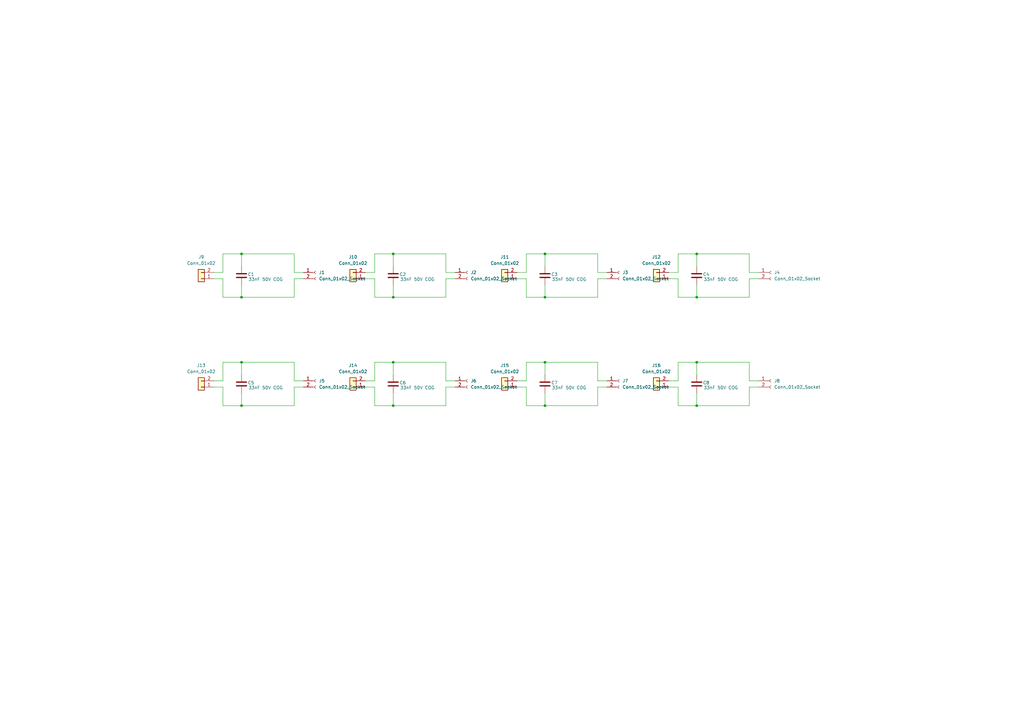
<source format=kicad_sch>
(kicad_sch (version 20250114) (generator "eeschema") (generator_version "9.0")
  (paper "A3")
  (lib_symbols
    (symbol "Connector:Conn_01x02_Socket" (pin_names (offset 1.016) (hide yes))
      (property "Reference" "J" (at 0 2.54 0))
      (property "Value" "Conn_01x02_Socket" (at 0 -5.08 0))
      (symbol "Conn_01x02_Socket_1_1"
        (polyline (pts (xy -1.27 0) (xy -0.508 0)) (stroke (width 0.1524)))
        (polyline (pts (xy -1.27 -2.54) (xy -0.508 -2.54)) (stroke (width 0.1524)))
        (arc (start 0 -0.508) (mid -0.5058 0) (end 0 0.508) (stroke (width 0.1524)))
        (arc (start 0 -3.048) (mid -0.5058 -2.54) (end 0 -2.032) (stroke (width 0.1524)))
        (pin passive line (at -5.08 0 0) (length 3.81) (name "Pin_1") (number "1"))
        (pin passive line (at -5.08 -2.54 0) (length 3.81) (name "Pin_2") (number "2"))
      )
    )
    (symbol "Connector_Generic:Conn_01x02" (pin_names (offset 1.016) (hide yes))
      (property "Reference" "J" (at 0 2.54 0))
      (property "Value" "Conn_01x02" (at 0 -5.08 0))
      (symbol "Conn_01x02_1_1"
        (rectangle (start -1.27 1.27) (end 1.27 -3.81) (stroke (width 0.254)) (fill (type background)))
        (rectangle (start -1.27 0.127) (end 0 -0.127) (stroke (width 0.1524)))
        (rectangle (start -1.27 -2.413) (end 0 -2.667) (stroke (width 0.1524)))
        (pin passive line (at -5.08 0 0) (length 3.81) (name "Pin_1") (number "1"))
        (pin passive line (at -5.08 -2.54 0) (length 3.81) (name "Pin_2") (number "2"))
      )
    )
    (symbol "Device:C" (pin_numbers (hide yes)) (pin_names (offset 0.254))
      (property "Reference" "C" (at 0.635 2.54 0))
      (property "Value" "C" (at 0.635 -2.54 0))
      (symbol "C_0_1"
        (polyline (pts (xy -2.032 0.762) (xy 2.032 0.762)) (stroke (width 0.508)))
        (polyline (pts (xy -2.032 -0.762) (xy 2.032 -0.762)) (stroke (width 0.508)))
      )
      (symbol "C_1_1"
        (pin passive line (at 0 3.81 270) (length 2.794) (name "~") (number "1"))
        (pin passive line (at 0 -3.81 90) (length 2.794) (name "~") (number "2"))
      )
    )
  )
  (junction (at 285.75 148.59))
  (junction (at 223.52 104.14))
  (junction (at 161.29 104.14))
  (junction (at 285.75 121.92))
  (junction (at 99.06 121.92))
  (junction (at 223.52 166.37))
  (junction (at 99.06 148.59))
  (junction (at 285.75 104.14))
  (junction (at 161.29 121.92))
  (junction (at 99.06 166.37))
  (junction (at 223.52 148.59))
  (junction (at 99.06 104.14))
  (junction (at 161.29 148.59))
  (junction (at 161.29 166.37))
  (junction (at 285.75 166.37))
  (junction (at 223.52 121.92))
  (wire (pts (xy 161.29 161.29) (xy 161.29 166.37)))
  (wire (pts (xy 91.44 114.3) (xy 91.44 121.92)))
  (wire (pts (xy 149.86 114.3) (xy 153.67 114.3)))
  (wire (pts (xy 153.67 114.3) (xy 153.67 121.92)))
  (wire (pts (xy 285.75 121.92) (xy 307.34 121.92)))
  (wire (pts (xy 149.86 158.75) (xy 153.67 158.75)))
  (wire (pts (xy 182.88 121.92) (xy 182.88 114.3)))
  (wire (pts (xy 215.9 158.75) (xy 215.9 166.37)))
  (wire (pts (xy 124.46 156.21) (xy 120.65 156.21)))
  (wire (pts (xy 307.34 121.92) (xy 307.34 114.3)))
  (wire (pts (xy 307.34 166.37) (xy 307.34 158.75)))
  (wire (pts (xy 245.11 121.92) (xy 245.11 114.3)))
  (wire (pts (xy 149.86 156.21) (xy 153.67 156.21)))
  (wire (pts (xy 120.65 111.76) (xy 120.65 104.14)))
  (wire (pts (xy 182.88 158.75) (xy 186.69 158.75)))
  (wire (pts (xy 285.75 116.84) (xy 285.75 121.92)))
  (wire (pts (xy 87.63 158.75) (xy 91.44 158.75)))
  (wire (pts (xy 223.52 116.84) (xy 223.52 121.92)))
  (wire (pts (xy 153.67 121.92) (xy 161.29 121.92)))
  (wire (pts (xy 274.32 156.21) (xy 278.13 156.21)))
  (wire (pts (xy 278.13 114.3) (xy 278.13 121.92)))
  (wire (pts (xy 245.11 114.3) (xy 248.92 114.3)))
  (wire (pts (xy 182.88 166.37) (xy 182.88 158.75)))
  (wire (pts (xy 307.34 111.76) (xy 307.34 104.14)))
  (wire (pts (xy 153.67 158.75) (xy 153.67 166.37)))
  (wire (pts (xy 87.63 156.21) (xy 91.44 156.21)))
  (wire (pts (xy 91.44 104.14) (xy 99.06 104.14)))
  (wire (pts (xy 285.75 148.59) (xy 307.34 148.59)))
  (wire (pts (xy 285.75 104.14) (xy 307.34 104.14)))
  (wire (pts (xy 87.63 111.76) (xy 91.44 111.76)))
  (wire (pts (xy 307.34 158.75) (xy 311.15 158.75)))
  (wire (pts (xy 91.44 158.75) (xy 91.44 166.37)))
  (wire (pts (xy 215.9 114.3) (xy 215.9 121.92)))
  (wire (pts (xy 153.67 156.21) (xy 153.67 148.59)))
  (wire (pts (xy 274.32 114.3) (xy 278.13 114.3)))
  (wire (pts (xy 307.34 114.3) (xy 311.15 114.3)))
  (wire (pts (xy 274.32 158.75) (xy 278.13 158.75)))
  (wire (pts (xy 223.52 104.14) (xy 245.11 104.14)))
  (wire (pts (xy 245.11 156.21) (xy 245.11 148.59)))
  (wire (pts (xy 212.09 111.76) (xy 215.9 111.76)))
  (wire (pts (xy 245.11 111.76) (xy 245.11 104.14)))
  (wire (pts (xy 91.44 148.59) (xy 99.06 148.59)))
  (wire (pts (xy 161.29 166.37) (xy 182.88 166.37)))
  (wire (pts (xy 223.52 161.29) (xy 223.52 166.37)))
  (wire (pts (xy 215.9 111.76) (xy 215.9 104.14)))
  (wire (pts (xy 99.06 104.14) (xy 120.65 104.14)))
  (wire (pts (xy 99.06 148.59) (xy 99.06 153.67)))
  (wire (pts (xy 285.75 104.14) (xy 285.75 109.22)))
  (wire (pts (xy 215.9 104.14) (xy 223.52 104.14)))
  (wire (pts (xy 212.09 158.75) (xy 215.9 158.75)))
  (wire (pts (xy 99.06 121.92) (xy 120.65 121.92)))
  (wire (pts (xy 248.92 111.76) (xy 245.11 111.76)))
  (wire (pts (xy 278.13 111.76) (xy 278.13 104.14)))
  (wire (pts (xy 99.06 161.29) (xy 99.06 166.37)))
  (wire (pts (xy 161.29 121.92) (xy 182.88 121.92)))
  (wire (pts (xy 215.9 148.59) (xy 223.52 148.59)))
  (wire (pts (xy 223.52 104.14) (xy 223.52 109.22)))
  (wire (pts (xy 245.11 166.37) (xy 245.11 158.75)))
  (wire (pts (xy 161.29 148.59) (xy 182.88 148.59)))
  (wire (pts (xy 311.15 111.76) (xy 307.34 111.76)))
  (wire (pts (xy 161.29 116.84) (xy 161.29 121.92)))
  (wire (pts (xy 91.44 111.76) (xy 91.44 104.14)))
  (wire (pts (xy 120.65 114.3) (xy 124.46 114.3)))
  (wire (pts (xy 223.52 148.59) (xy 223.52 153.67)))
  (wire (pts (xy 91.44 156.21) (xy 91.44 148.59)))
  (wire (pts (xy 285.75 148.59) (xy 285.75 153.67)))
  (wire (pts (xy 311.15 156.21) (xy 307.34 156.21)))
  (wire (pts (xy 161.29 104.14) (xy 161.29 109.22)))
  (wire (pts (xy 223.52 148.59) (xy 245.11 148.59)))
  (wire (pts (xy 278.13 158.75) (xy 278.13 166.37)))
  (wire (pts (xy 223.52 121.92) (xy 245.11 121.92)))
  (wire (pts (xy 91.44 121.92) (xy 99.06 121.92)))
  (wire (pts (xy 149.86 111.76) (xy 153.67 111.76)))
  (wire (pts (xy 161.29 148.59) (xy 161.29 153.67)))
  (wire (pts (xy 153.67 166.37) (xy 161.29 166.37)))
  (wire (pts (xy 99.06 148.59) (xy 120.65 148.59)))
  (wire (pts (xy 278.13 121.92) (xy 285.75 121.92)))
  (wire (pts (xy 307.34 156.21) (xy 307.34 148.59)))
  (wire (pts (xy 99.06 166.37) (xy 120.65 166.37)))
  (wire (pts (xy 182.88 156.21) (xy 182.88 148.59)))
  (wire (pts (xy 215.9 121.92) (xy 223.52 121.92)))
  (wire (pts (xy 212.09 156.21) (xy 215.9 156.21)))
  (wire (pts (xy 278.13 166.37) (xy 285.75 166.37)))
  (wire (pts (xy 182.88 111.76) (xy 182.88 104.14)))
  (wire (pts (xy 186.69 156.21) (xy 182.88 156.21)))
  (wire (pts (xy 285.75 161.29) (xy 285.75 166.37)))
  (wire (pts (xy 245.11 158.75) (xy 248.92 158.75)))
  (wire (pts (xy 223.52 166.37) (xy 245.11 166.37)))
  (wire (pts (xy 120.65 166.37) (xy 120.65 158.75)))
  (wire (pts (xy 124.46 111.76) (xy 120.65 111.76)))
  (wire (pts (xy 120.65 156.21) (xy 120.65 148.59)))
  (wire (pts (xy 153.67 148.59) (xy 161.29 148.59)))
  (wire (pts (xy 248.92 156.21) (xy 245.11 156.21)))
  (wire (pts (xy 161.29 104.14) (xy 182.88 104.14)))
  (wire (pts (xy 274.32 111.76) (xy 278.13 111.76)))
  (wire (pts (xy 278.13 156.21) (xy 278.13 148.59)))
  (wire (pts (xy 99.06 104.14) (xy 99.06 109.22)))
  (wire (pts (xy 212.09 114.3) (xy 215.9 114.3)))
  (wire (pts (xy 153.67 111.76) (xy 153.67 104.14)))
  (wire (pts (xy 91.44 166.37) (xy 99.06 166.37)))
  (wire (pts (xy 153.67 104.14) (xy 161.29 104.14)))
  (wire (pts (xy 215.9 156.21) (xy 215.9 148.59)))
  (wire (pts (xy 186.69 111.76) (xy 182.88 111.76)))
  (wire (pts (xy 87.63 114.3) (xy 91.44 114.3)))
  (wire (pts (xy 120.65 158.75) (xy 124.46 158.75)))
  (wire (pts (xy 285.75 166.37) (xy 307.34 166.37)))
  (wire (pts (xy 120.65 121.92) (xy 120.65 114.3)))
  (wire (pts (xy 99.06 116.84) (xy 99.06 121.92)))
  (wire (pts (xy 215.9 166.37) (xy 223.52 166.37)))
  (wire (pts (xy 278.13 104.14) (xy 285.75 104.14)))
  (wire (pts (xy 278.13 148.59) (xy 285.75 148.59)))
  (wire (pts (xy 182.88 114.3) (xy 186.69 114.3)))
  (symbol (lib_id "Connector:Conn_01x02_Socket") (at 316.23 111.76 0) (unit 1)
    (property "Reference" "J4" (at 317.5 111.7599 0) (effects (justify left)))
    (property "Value" "Conn_01x02_Socket" (at 317.5 114.2999 0) (effects (justify left)))
    (property "Footprint" "Library:Coil_Con" (effects (hide yes)))
    (property "Description" "Generic connector, single row, 01x02, script generated" (effects (hide yes)))
  )
  (symbol (lib_id "Connector_Generic:Conn_01x02") (at 207.01 158.75 180) (unit 1)
    (property "Reference" "J15" (at 207.01 149.86 0))
    (property "Value" "Conn_01x02" (at 207.01 152.4 0))
    (property "Footprint" "Connector_PinHeader_2.54mm:PinHeader_1x02_P2.54mm_Vertical" (effects (hide yes)))
    (property "Description" "Generic connector, single row, 01x02, script generated (kicad-library-utils/schlib/autogen/connector/)" (effects (hide yes)))
  )
  (symbol (lib_id "Connector_Generic:Conn_01x02") (at 207.01 114.3 180) (unit 1)
    (property "Reference" "J11" (at 207.01 105.41 0))
    (property "Value" "Conn_01x02" (at 207.01 107.95 0))
    (property "Footprint" "Connector_PinHeader_2.54mm:PinHeader_1x02_P2.54mm_Vertical" (effects (hide yes)))
    (property "Description" "Generic connector, single row, 01x02, script generated (kicad-library-utils/schlib/autogen/connector/)" (effects (hide yes)))
  )
  (symbol (lib_id "Connector_Generic:Conn_01x02") (at 269.24 158.75 180) (unit 1)
    (property "Reference" "J16" (at 269.24 149.86 0))
    (property "Value" "Conn_01x02" (at 269.24 152.4 0))
    (property "Footprint" "Connector_PinHeader_2.54mm:PinHeader_1x02_P2.54mm_Vertical" (effects (hide yes)))
    (property "Description" "Generic connector, single row, 01x02, script generated (kicad-library-utils/schlib/autogen/connector/)" (effects (hide yes)))
  )
  (symbol (lib_id "Connector:Conn_01x02_Socket") (at 254 156.21 0) (unit 1)
    (property "Reference" "J7" (at 255.27 156.2099 0) (effects (justify left)))
    (property "Value" "Conn_01x02_Socket" (at 255.27 158.7499 0) (effects (justify left)))
    (property "Footprint" "Library:Coil_Con" (effects (hide yes)))
    (property "Description" "Generic connector, single row, 01x02, script generated" (effects (hide yes)))
  )
  (symbol (lib_id "Device:C") (at 223.52 157.48 0) (mirror x) (unit 1)
    (property "Reference" "C7" (at 226.06 156.972 0) (effects (justify left)))
    (property "Value" "33nF 50V COG" (at 226.314 159.004 0) (effects (justify left)))
    (property "Footprint" "Capacitor_SMD:C_1206_3216Metric" (effects (hide yes)))
    (property "LCSC Part Number" "C97930" (effects (hide yes)))
    (property "Part Number" "GRM3195C1H333JA01D" (effects (hide yes)))
    (property "Manufacturer" "Murata" (effects (hide yes)))
  )
  (symbol (lib_id "Device:C") (at 161.29 113.03 0) (mirror x) (unit 1)
    (property "Reference" "C2" (at 163.83 112.522 0) (effects (justify left)))
    (property "Value" "33nF 50V COG" (at 164.084 114.554 0) (effects (justify left)))
    (property "Footprint" "Capacitor_SMD:C_1206_3216Metric" (effects (hide yes)))
    (property "LCSC Part Number" "C97930" (effects (hide yes)))
    (property "Part Number" "GRM3195C1H333JA01D" (effects (hide yes)))
    (property "Manufacturer" "Murata" (effects (hide yes)))
  )
  (symbol (lib_id "Connector:Conn_01x02_Socket") (at 129.54 156.21 0) (unit 1)
    (property "Reference" "J5" (at 130.81 156.2099 0) (effects (justify left)))
    (property "Value" "Conn_01x02_Socket" (at 130.81 158.7499 0) (effects (justify left)))
    (property "Footprint" "Library:Coil_Con" (effects (hide yes)))
    (property "Description" "Generic connector, single row, 01x02, script generated" (effects (hide yes)))
  )
  (symbol (lib_id "Device:C") (at 223.52 113.03 0) (mirror x) (unit 1)
    (property "Reference" "C3" (at 226.06 112.522 0) (effects (justify left)))
    (property "Value" "33nF 50V COG" (at 226.314 114.554 0) (effects (justify left)))
    (property "Footprint" "Capacitor_SMD:C_1206_3216Metric" (effects (hide yes)))
    (property "LCSC Part Number" "C97930" (effects (hide yes)))
    (property "Part Number" "GRM3195C1H333JA01D" (effects (hide yes)))
    (property "Manufacturer" "Murata" (effects (hide yes)))
  )
  (symbol (lib_id "Device:C") (at 99.06 157.48 0) (mirror x) (unit 1)
    (property "Reference" "C5" (at 101.6 156.972 0) (effects (justify left)))
    (property "Value" "33nF 50V COG" (at 101.854 159.004 0) (effects (justify left)))
    (property "Footprint" "Capacitor_SMD:C_1206_3216Metric" (effects (hide yes)))
    (property "LCSC Part Number" "C97930" (effects (hide yes)))
    (property "Part Number" "GRM3195C1H333JA01D" (effects (hide yes)))
    (property "Manufacturer" "Murata" (effects (hide yes)))
  )
  (symbol (lib_id "Connector:Conn_01x02_Socket") (at 254 111.76 0) (unit 1)
    (property "Reference" "J3" (at 255.27 111.7599 0) (effects (justify left)))
    (property "Value" "Conn_01x02_Socket" (at 255.27 114.2999 0) (effects (justify left)))
    (property "Footprint" "Library:Coil_Con" (effects (hide yes)))
    (property "Description" "Generic connector, single row, 01x02, script generated" (effects (hide yes)))
  )
  (symbol (lib_id "Connector:Conn_01x02_Socket") (at 191.77 156.21 0) (unit 1)
    (property "Reference" "J6" (at 193.04 156.2099 0) (effects (justify left)))
    (property "Value" "Conn_01x02_Socket" (at 193.04 158.7499 0) (effects (justify left)))
    (property "Footprint" "Library:Coil_Con" (effects (hide yes)))
    (property "Description" "Generic connector, single row, 01x02, script generated" (effects (hide yes)))
  )
  (symbol (lib_id "Connector_Generic:Conn_01x02") (at 82.55 114.3 180) (unit 1)
    (property "Reference" "J9" (at 82.55 105.41 0))
    (property "Value" "Conn_01x02" (at 82.55 107.95 0))
    (property "Footprint" "Connector_PinHeader_2.54mm:PinHeader_1x02_P2.54mm_Vertical" (effects (hide yes)))
    (property "Description" "Generic connector, single row, 01x02, script generated (kicad-library-utils/schlib/autogen/connector/)" (effects (hide yes)))
  )
  (symbol (lib_id "Connector:Conn_01x02_Socket") (at 191.77 111.76 0) (unit 1)
    (property "Reference" "J2" (at 193.04 111.7599 0) (effects (justify left)))
    (property "Value" "Conn_01x02_Socket" (at 193.04 114.2999 0) (effects (justify left)))
    (property "Footprint" "Library:Coil_Con" (effects (hide yes)))
    (property "Description" "Generic connector, single row, 01x02, script generated" (effects (hide yes)))
  )
  (symbol (lib_id "Connector:Conn_01x02_Socket") (at 129.54 111.76 0) (unit 1)
    (property "Reference" "J1" (at 130.81 111.7599 0) (effects (justify left)))
    (property "Value" "Conn_01x02_Socket" (at 130.81 114.2999 0) (effects (justify left)))
    (property "Footprint" "Library:Coil_Con" (effects (hide yes)))
    (property "Description" "Generic connector, single row, 01x02, script generated" (effects (hide yes)))
  )
  (symbol (lib_id "Device:C") (at 99.06 113.03 0) (mirror x) (unit 1)
    (property "Reference" "C1" (at 101.6 112.522 0) (effects (justify left)))
    (property "Value" "33nF 50V COG" (at 101.854 114.554 0) (effects (justify left)))
    (property "Footprint" "Capacitor_SMD:C_1206_3216Metric" (effects (hide yes)))
    (property "LCSC Part Number" "C97930" (effects (hide yes)))
    (property "Part Number" "GRM3195C1H333JA01D" (effects (hide yes)))
    (property "Manufacturer" "Murata" (effects (hide yes)))
  )
  (symbol (lib_id "Connector:Conn_01x02_Socket") (at 316.23 156.21 0) (unit 1)
    (property "Reference" "J8" (at 317.5 156.2099 0) (effects (justify left)))
    (property "Value" "Conn_01x02_Socket" (at 317.5 158.7499 0) (effects (justify left)))
    (property "Footprint" "Library:Coil_Con" (effects (hide yes)))
    (property "Description" "Generic connector, single row, 01x02, script generated" (effects (hide yes)))
  )
  (symbol (lib_id "Device:C") (at 285.75 157.48 0) (mirror x) (unit 1)
    (property "Reference" "C8" (at 288.29 156.972 0) (effects (justify left)))
    (property "Value" "33nF 50V COG" (at 288.544 159.004 0) (effects (justify left)))
    (property "Footprint" "Capacitor_SMD:C_1206_3216Metric" (effects (hide yes)))
    (property "LCSC Part Number" "C97930" (effects (hide yes)))
    (property "Part Number" "GRM3195C1H333JA01D" (effects (hide yes)))
    (property "Manufacturer" "Murata" (effects (hide yes)))
  )
  (symbol (lib_id "Connector_Generic:Conn_01x02") (at 269.24 114.3 180) (unit 1)
    (property "Reference" "J12" (at 269.24 105.41 0))
    (property "Value" "Conn_01x02" (at 269.24 107.95 0))
    (property "Footprint" "Connector_PinHeader_2.54mm:PinHeader_1x02_P2.54mm_Vertical" (effects (hide yes)))
    (property "Description" "Generic connector, single row, 01x02, script generated (kicad-library-utils/schlib/autogen/connector/)" (effects (hide yes)))
  )
  (symbol (lib_id "Connector_Generic:Conn_01x02") (at 82.55 158.75 180) (unit 1)
    (property "Reference" "J13" (at 82.55 149.86 0))
    (property "Value" "Conn_01x02" (at 82.55 152.4 0))
    (property "Footprint" "Connector_PinHeader_2.54mm:PinHeader_1x02_P2.54mm_Vertical" (effects (hide yes)))
    (property "Description" "Generic connector, single row, 01x02, script generated (kicad-library-utils/schlib/autogen/connector/)" (effects (hide yes)))
  )
  (symbol (lib_id "Connector_Generic:Conn_01x02") (at 144.78 158.75 180) (unit 1)
    (property "Reference" "J14" (at 144.78 149.86 0))
    (property "Value" "Conn_01x02" (at 144.78 152.4 0))
    (property "Footprint" "Connector_PinHeader_2.54mm:PinHeader_1x02_P2.54mm_Vertical" (effects (hide yes)))
    (property "Description" "Generic connector, single row, 01x02, script generated (kicad-library-utils/schlib/autogen/connector/)" (effects (hide yes)))
  )
  (symbol (lib_id "Device:C") (at 161.29 157.48 0) (mirror x) (unit 1)
    (property "Reference" "C6" (at 163.83 156.972 0) (effects (justify left)))
    (property "Value" "33nF 50V COG" (at 164.084 159.004 0) (effects (justify left)))
    (property "Footprint" "Capacitor_SMD:C_1206_3216Metric" (effects (hide yes)))
    (property "LCSC Part Number" "C97930" (effects (hide yes)))
    (property "Part Number" "GRM3195C1H333JA01D" (effects (hide yes)))
    (property "Manufacturer" "Murata" (effects (hide yes)))
  )
  (symbol (lib_id "Device:C") (at 285.75 113.03 0) (mirror x) (unit 1)
    (property "Reference" "C4" (at 288.29 112.522 0) (effects (justify left)))
    (property "Value" "33nF 50V COG" (at 288.544 114.554 0) (effects (justify left)))
    (property "Footprint" "Capacitor_SMD:C_1206_3216Metric" (effects (hide yes)))
    (property "LCSC Part Number" "C97930" (effects (hide yes)))
    (property "Part Number" "GRM3195C1H333JA01D" (effects (hide yes)))
    (property "Manufacturer" "Murata" (effects (hide yes)))
  )
  (symbol (lib_id "Connector_Generic:Conn_01x02") (at 144.78 114.3 180) (unit 1)
    (property "Reference" "J10" (at 144.78 105.41 0))
    (property "Value" "Conn_01x02" (at 144.78 107.95 0))
    (property "Footprint" "Connector_PinHeader_2.54mm:PinHeader_1x02_P2.54mm_Vertical" (effects (hide yes)))
    (property "Description" "Generic connector, single row, 01x02, script generated (kicad-library-utils/schlib/autogen/connector/)" (effects (hide yes)))
  )
)
</source>
